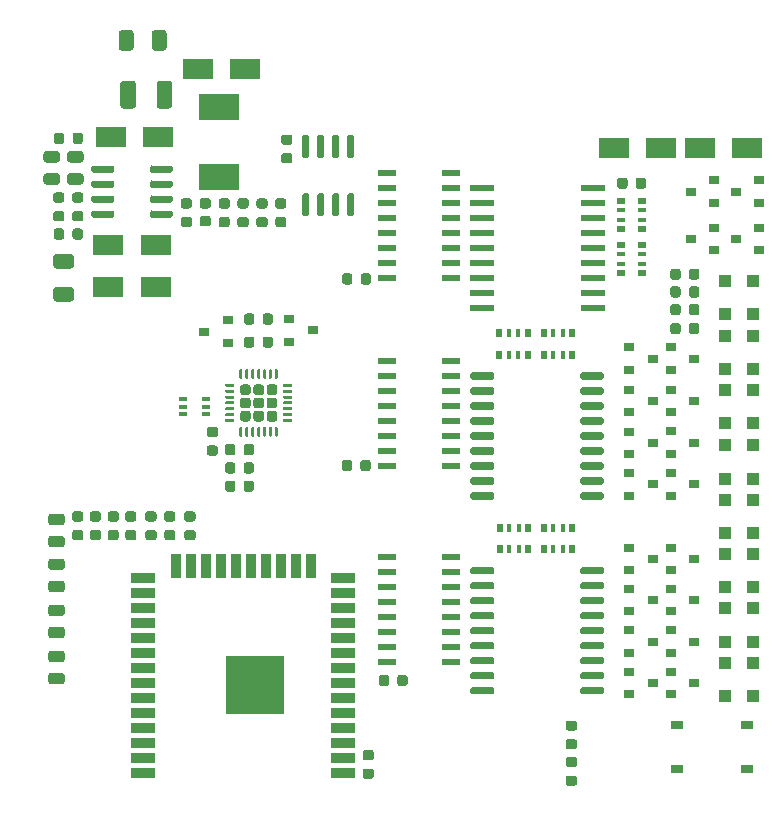
<source format=gbr>
G04 #@! TF.GenerationSoftware,KiCad,Pcbnew,5.1.6*
G04 #@! TF.CreationDate,2020-06-20T19:13:06+02:00*
G04 #@! TF.ProjectId,fluepdot,666c7565-7064-46f7-942e-6b696361645f,rev?*
G04 #@! TF.SameCoordinates,Original*
G04 #@! TF.FileFunction,Paste,Top*
G04 #@! TF.FilePolarity,Positive*
%FSLAX46Y46*%
G04 Gerber Fmt 4.6, Leading zero omitted, Abs format (unit mm)*
G04 Created by KiCad (PCBNEW 5.1.6) date 2020-06-20 19:13:06*
%MOMM*%
%LPD*%
G01*
G04 APERTURE LIST*
%ADD10R,2.500000X1.800000*%
%ADD11R,3.500000X2.200000*%
%ADD12R,0.500000X0.800000*%
%ADD13R,0.400000X0.800000*%
%ADD14R,0.900000X0.800000*%
%ADD15R,1.100000X1.100000*%
%ADD16R,0.650000X0.400000*%
%ADD17R,1.000000X0.750000*%
%ADD18R,0.800000X0.500000*%
%ADD19R,0.800000X0.400000*%
%ADD20R,2.000000X0.900000*%
%ADD21R,0.900000X2.000000*%
%ADD22R,5.000000X5.000000*%
%ADD23R,2.000000X0.600000*%
%ADD24R,1.500000X0.600000*%
G04 APERTURE END LIST*
D10*
X36900000Y-133800000D03*
X40900000Y-133800000D03*
D11*
X46300000Y-122150000D03*
X46300000Y-128050000D03*
D12*
X70000000Y-143100000D03*
D13*
X71600000Y-143100000D03*
X70800000Y-143100000D03*
D12*
X72400000Y-143100000D03*
D13*
X70800000Y-141300000D03*
D12*
X70000000Y-141300000D03*
D13*
X71600000Y-141300000D03*
D12*
X72400000Y-141300000D03*
G36*
G01*
X40400000Y-127545000D02*
X40400000Y-127245000D01*
G75*
G02*
X40550000Y-127095000I150000J0D01*
G01*
X42200000Y-127095000D01*
G75*
G02*
X42350000Y-127245000I0J-150000D01*
G01*
X42350000Y-127545000D01*
G75*
G02*
X42200000Y-127695000I-150000J0D01*
G01*
X40550000Y-127695000D01*
G75*
G02*
X40400000Y-127545000I0J150000D01*
G01*
G37*
G36*
G01*
X40400000Y-128815000D02*
X40400000Y-128515000D01*
G75*
G02*
X40550000Y-128365000I150000J0D01*
G01*
X42200000Y-128365000D01*
G75*
G02*
X42350000Y-128515000I0J-150000D01*
G01*
X42350000Y-128815000D01*
G75*
G02*
X42200000Y-128965000I-150000J0D01*
G01*
X40550000Y-128965000D01*
G75*
G02*
X40400000Y-128815000I0J150000D01*
G01*
G37*
G36*
G01*
X40400000Y-130085000D02*
X40400000Y-129785000D01*
G75*
G02*
X40550000Y-129635000I150000J0D01*
G01*
X42200000Y-129635000D01*
G75*
G02*
X42350000Y-129785000I0J-150000D01*
G01*
X42350000Y-130085000D01*
G75*
G02*
X42200000Y-130235000I-150000J0D01*
G01*
X40550000Y-130235000D01*
G75*
G02*
X40400000Y-130085000I0J150000D01*
G01*
G37*
G36*
G01*
X40400000Y-131355000D02*
X40400000Y-131055000D01*
G75*
G02*
X40550000Y-130905000I150000J0D01*
G01*
X42200000Y-130905000D01*
G75*
G02*
X42350000Y-131055000I0J-150000D01*
G01*
X42350000Y-131355000D01*
G75*
G02*
X42200000Y-131505000I-150000J0D01*
G01*
X40550000Y-131505000D01*
G75*
G02*
X40400000Y-131355000I0J150000D01*
G01*
G37*
G36*
G01*
X35450000Y-131355000D02*
X35450000Y-131055000D01*
G75*
G02*
X35600000Y-130905000I150000J0D01*
G01*
X37250000Y-130905000D01*
G75*
G02*
X37400000Y-131055000I0J-150000D01*
G01*
X37400000Y-131355000D01*
G75*
G02*
X37250000Y-131505000I-150000J0D01*
G01*
X35600000Y-131505000D01*
G75*
G02*
X35450000Y-131355000I0J150000D01*
G01*
G37*
G36*
G01*
X35450000Y-130085000D02*
X35450000Y-129785000D01*
G75*
G02*
X35600000Y-129635000I150000J0D01*
G01*
X37250000Y-129635000D01*
G75*
G02*
X37400000Y-129785000I0J-150000D01*
G01*
X37400000Y-130085000D01*
G75*
G02*
X37250000Y-130235000I-150000J0D01*
G01*
X35600000Y-130235000D01*
G75*
G02*
X35450000Y-130085000I0J150000D01*
G01*
G37*
G36*
G01*
X35450000Y-128815000D02*
X35450000Y-128515000D01*
G75*
G02*
X35600000Y-128365000I150000J0D01*
G01*
X37250000Y-128365000D01*
G75*
G02*
X37400000Y-128515000I0J-150000D01*
G01*
X37400000Y-128815000D01*
G75*
G02*
X37250000Y-128965000I-150000J0D01*
G01*
X35600000Y-128965000D01*
G75*
G02*
X35450000Y-128815000I0J150000D01*
G01*
G37*
G36*
G01*
X35450000Y-127545000D02*
X35450000Y-127245000D01*
G75*
G02*
X35600000Y-127095000I150000J0D01*
G01*
X37250000Y-127095000D01*
G75*
G02*
X37400000Y-127245000I0J-150000D01*
G01*
X37400000Y-127545000D01*
G75*
G02*
X37250000Y-127695000I-150000J0D01*
G01*
X35600000Y-127695000D01*
G75*
G02*
X35450000Y-127545000I0J150000D01*
G01*
G37*
G36*
G01*
X67525000Y-161570000D02*
X67525000Y-161270000D01*
G75*
G02*
X67675000Y-161120000I150000J0D01*
G01*
X69425000Y-161120000D01*
G75*
G02*
X69575000Y-161270000I0J-150000D01*
G01*
X69575000Y-161570000D01*
G75*
G02*
X69425000Y-161720000I-150000J0D01*
G01*
X67675000Y-161720000D01*
G75*
G02*
X67525000Y-161570000I0J150000D01*
G01*
G37*
G36*
G01*
X67525000Y-162840000D02*
X67525000Y-162540000D01*
G75*
G02*
X67675000Y-162390000I150000J0D01*
G01*
X69425000Y-162390000D01*
G75*
G02*
X69575000Y-162540000I0J-150000D01*
G01*
X69575000Y-162840000D01*
G75*
G02*
X69425000Y-162990000I-150000J0D01*
G01*
X67675000Y-162990000D01*
G75*
G02*
X67525000Y-162840000I0J150000D01*
G01*
G37*
G36*
G01*
X67525000Y-164110000D02*
X67525000Y-163810000D01*
G75*
G02*
X67675000Y-163660000I150000J0D01*
G01*
X69425000Y-163660000D01*
G75*
G02*
X69575000Y-163810000I0J-150000D01*
G01*
X69575000Y-164110000D01*
G75*
G02*
X69425000Y-164260000I-150000J0D01*
G01*
X67675000Y-164260000D01*
G75*
G02*
X67525000Y-164110000I0J150000D01*
G01*
G37*
G36*
G01*
X67525000Y-165380000D02*
X67525000Y-165080000D01*
G75*
G02*
X67675000Y-164930000I150000J0D01*
G01*
X69425000Y-164930000D01*
G75*
G02*
X69575000Y-165080000I0J-150000D01*
G01*
X69575000Y-165380000D01*
G75*
G02*
X69425000Y-165530000I-150000J0D01*
G01*
X67675000Y-165530000D01*
G75*
G02*
X67525000Y-165380000I0J150000D01*
G01*
G37*
G36*
G01*
X67525000Y-166650000D02*
X67525000Y-166350000D01*
G75*
G02*
X67675000Y-166200000I150000J0D01*
G01*
X69425000Y-166200000D01*
G75*
G02*
X69575000Y-166350000I0J-150000D01*
G01*
X69575000Y-166650000D01*
G75*
G02*
X69425000Y-166800000I-150000J0D01*
G01*
X67675000Y-166800000D01*
G75*
G02*
X67525000Y-166650000I0J150000D01*
G01*
G37*
G36*
G01*
X67525000Y-167920000D02*
X67525000Y-167620000D01*
G75*
G02*
X67675000Y-167470000I150000J0D01*
G01*
X69425000Y-167470000D01*
G75*
G02*
X69575000Y-167620000I0J-150000D01*
G01*
X69575000Y-167920000D01*
G75*
G02*
X69425000Y-168070000I-150000J0D01*
G01*
X67675000Y-168070000D01*
G75*
G02*
X67525000Y-167920000I0J150000D01*
G01*
G37*
G36*
G01*
X67525000Y-169190000D02*
X67525000Y-168890000D01*
G75*
G02*
X67675000Y-168740000I150000J0D01*
G01*
X69425000Y-168740000D01*
G75*
G02*
X69575000Y-168890000I0J-150000D01*
G01*
X69575000Y-169190000D01*
G75*
G02*
X69425000Y-169340000I-150000J0D01*
G01*
X67675000Y-169340000D01*
G75*
G02*
X67525000Y-169190000I0J150000D01*
G01*
G37*
G36*
G01*
X67525000Y-170460000D02*
X67525000Y-170160000D01*
G75*
G02*
X67675000Y-170010000I150000J0D01*
G01*
X69425000Y-170010000D01*
G75*
G02*
X69575000Y-170160000I0J-150000D01*
G01*
X69575000Y-170460000D01*
G75*
G02*
X69425000Y-170610000I-150000J0D01*
G01*
X67675000Y-170610000D01*
G75*
G02*
X67525000Y-170460000I0J150000D01*
G01*
G37*
G36*
G01*
X67525000Y-171730000D02*
X67525000Y-171430000D01*
G75*
G02*
X67675000Y-171280000I150000J0D01*
G01*
X69425000Y-171280000D01*
G75*
G02*
X69575000Y-171430000I0J-150000D01*
G01*
X69575000Y-171730000D01*
G75*
G02*
X69425000Y-171880000I-150000J0D01*
G01*
X67675000Y-171880000D01*
G75*
G02*
X67525000Y-171730000I0J150000D01*
G01*
G37*
G36*
G01*
X76825000Y-171730000D02*
X76825000Y-171430000D01*
G75*
G02*
X76975000Y-171280000I150000J0D01*
G01*
X78725000Y-171280000D01*
G75*
G02*
X78875000Y-171430000I0J-150000D01*
G01*
X78875000Y-171730000D01*
G75*
G02*
X78725000Y-171880000I-150000J0D01*
G01*
X76975000Y-171880000D01*
G75*
G02*
X76825000Y-171730000I0J150000D01*
G01*
G37*
G36*
G01*
X76825000Y-170460000D02*
X76825000Y-170160000D01*
G75*
G02*
X76975000Y-170010000I150000J0D01*
G01*
X78725000Y-170010000D01*
G75*
G02*
X78875000Y-170160000I0J-150000D01*
G01*
X78875000Y-170460000D01*
G75*
G02*
X78725000Y-170610000I-150000J0D01*
G01*
X76975000Y-170610000D01*
G75*
G02*
X76825000Y-170460000I0J150000D01*
G01*
G37*
G36*
G01*
X76825000Y-169190000D02*
X76825000Y-168890000D01*
G75*
G02*
X76975000Y-168740000I150000J0D01*
G01*
X78725000Y-168740000D01*
G75*
G02*
X78875000Y-168890000I0J-150000D01*
G01*
X78875000Y-169190000D01*
G75*
G02*
X78725000Y-169340000I-150000J0D01*
G01*
X76975000Y-169340000D01*
G75*
G02*
X76825000Y-169190000I0J150000D01*
G01*
G37*
G36*
G01*
X76825000Y-167920000D02*
X76825000Y-167620000D01*
G75*
G02*
X76975000Y-167470000I150000J0D01*
G01*
X78725000Y-167470000D01*
G75*
G02*
X78875000Y-167620000I0J-150000D01*
G01*
X78875000Y-167920000D01*
G75*
G02*
X78725000Y-168070000I-150000J0D01*
G01*
X76975000Y-168070000D01*
G75*
G02*
X76825000Y-167920000I0J150000D01*
G01*
G37*
G36*
G01*
X76825000Y-166650000D02*
X76825000Y-166350000D01*
G75*
G02*
X76975000Y-166200000I150000J0D01*
G01*
X78725000Y-166200000D01*
G75*
G02*
X78875000Y-166350000I0J-150000D01*
G01*
X78875000Y-166650000D01*
G75*
G02*
X78725000Y-166800000I-150000J0D01*
G01*
X76975000Y-166800000D01*
G75*
G02*
X76825000Y-166650000I0J150000D01*
G01*
G37*
G36*
G01*
X76825000Y-165380000D02*
X76825000Y-165080000D01*
G75*
G02*
X76975000Y-164930000I150000J0D01*
G01*
X78725000Y-164930000D01*
G75*
G02*
X78875000Y-165080000I0J-150000D01*
G01*
X78875000Y-165380000D01*
G75*
G02*
X78725000Y-165530000I-150000J0D01*
G01*
X76975000Y-165530000D01*
G75*
G02*
X76825000Y-165380000I0J150000D01*
G01*
G37*
G36*
G01*
X76825000Y-164110000D02*
X76825000Y-163810000D01*
G75*
G02*
X76975000Y-163660000I150000J0D01*
G01*
X78725000Y-163660000D01*
G75*
G02*
X78875000Y-163810000I0J-150000D01*
G01*
X78875000Y-164110000D01*
G75*
G02*
X78725000Y-164260000I-150000J0D01*
G01*
X76975000Y-164260000D01*
G75*
G02*
X76825000Y-164110000I0J150000D01*
G01*
G37*
G36*
G01*
X76825000Y-162840000D02*
X76825000Y-162540000D01*
G75*
G02*
X76975000Y-162390000I150000J0D01*
G01*
X78725000Y-162390000D01*
G75*
G02*
X78875000Y-162540000I0J-150000D01*
G01*
X78875000Y-162840000D01*
G75*
G02*
X78725000Y-162990000I-150000J0D01*
G01*
X76975000Y-162990000D01*
G75*
G02*
X76825000Y-162840000I0J150000D01*
G01*
G37*
G36*
G01*
X76825000Y-161570000D02*
X76825000Y-161270000D01*
G75*
G02*
X76975000Y-161120000I150000J0D01*
G01*
X78725000Y-161120000D01*
G75*
G02*
X78875000Y-161270000I0J-150000D01*
G01*
X78875000Y-161570000D01*
G75*
G02*
X78725000Y-161720000I-150000J0D01*
G01*
X76975000Y-161720000D01*
G75*
G02*
X76825000Y-161570000I0J150000D01*
G01*
G37*
G36*
G01*
X67525000Y-145070000D02*
X67525000Y-144770000D01*
G75*
G02*
X67675000Y-144620000I150000J0D01*
G01*
X69425000Y-144620000D01*
G75*
G02*
X69575000Y-144770000I0J-150000D01*
G01*
X69575000Y-145070000D01*
G75*
G02*
X69425000Y-145220000I-150000J0D01*
G01*
X67675000Y-145220000D01*
G75*
G02*
X67525000Y-145070000I0J150000D01*
G01*
G37*
G36*
G01*
X67525000Y-146340000D02*
X67525000Y-146040000D01*
G75*
G02*
X67675000Y-145890000I150000J0D01*
G01*
X69425000Y-145890000D01*
G75*
G02*
X69575000Y-146040000I0J-150000D01*
G01*
X69575000Y-146340000D01*
G75*
G02*
X69425000Y-146490000I-150000J0D01*
G01*
X67675000Y-146490000D01*
G75*
G02*
X67525000Y-146340000I0J150000D01*
G01*
G37*
G36*
G01*
X67525000Y-147610000D02*
X67525000Y-147310000D01*
G75*
G02*
X67675000Y-147160000I150000J0D01*
G01*
X69425000Y-147160000D01*
G75*
G02*
X69575000Y-147310000I0J-150000D01*
G01*
X69575000Y-147610000D01*
G75*
G02*
X69425000Y-147760000I-150000J0D01*
G01*
X67675000Y-147760000D01*
G75*
G02*
X67525000Y-147610000I0J150000D01*
G01*
G37*
G36*
G01*
X67525000Y-148880000D02*
X67525000Y-148580000D01*
G75*
G02*
X67675000Y-148430000I150000J0D01*
G01*
X69425000Y-148430000D01*
G75*
G02*
X69575000Y-148580000I0J-150000D01*
G01*
X69575000Y-148880000D01*
G75*
G02*
X69425000Y-149030000I-150000J0D01*
G01*
X67675000Y-149030000D01*
G75*
G02*
X67525000Y-148880000I0J150000D01*
G01*
G37*
G36*
G01*
X67525000Y-150150000D02*
X67525000Y-149850000D01*
G75*
G02*
X67675000Y-149700000I150000J0D01*
G01*
X69425000Y-149700000D01*
G75*
G02*
X69575000Y-149850000I0J-150000D01*
G01*
X69575000Y-150150000D01*
G75*
G02*
X69425000Y-150300000I-150000J0D01*
G01*
X67675000Y-150300000D01*
G75*
G02*
X67525000Y-150150000I0J150000D01*
G01*
G37*
G36*
G01*
X67525000Y-151420000D02*
X67525000Y-151120000D01*
G75*
G02*
X67675000Y-150970000I150000J0D01*
G01*
X69425000Y-150970000D01*
G75*
G02*
X69575000Y-151120000I0J-150000D01*
G01*
X69575000Y-151420000D01*
G75*
G02*
X69425000Y-151570000I-150000J0D01*
G01*
X67675000Y-151570000D01*
G75*
G02*
X67525000Y-151420000I0J150000D01*
G01*
G37*
G36*
G01*
X67525000Y-152690000D02*
X67525000Y-152390000D01*
G75*
G02*
X67675000Y-152240000I150000J0D01*
G01*
X69425000Y-152240000D01*
G75*
G02*
X69575000Y-152390000I0J-150000D01*
G01*
X69575000Y-152690000D01*
G75*
G02*
X69425000Y-152840000I-150000J0D01*
G01*
X67675000Y-152840000D01*
G75*
G02*
X67525000Y-152690000I0J150000D01*
G01*
G37*
G36*
G01*
X67525000Y-153960000D02*
X67525000Y-153660000D01*
G75*
G02*
X67675000Y-153510000I150000J0D01*
G01*
X69425000Y-153510000D01*
G75*
G02*
X69575000Y-153660000I0J-150000D01*
G01*
X69575000Y-153960000D01*
G75*
G02*
X69425000Y-154110000I-150000J0D01*
G01*
X67675000Y-154110000D01*
G75*
G02*
X67525000Y-153960000I0J150000D01*
G01*
G37*
G36*
G01*
X67525000Y-155230000D02*
X67525000Y-154930000D01*
G75*
G02*
X67675000Y-154780000I150000J0D01*
G01*
X69425000Y-154780000D01*
G75*
G02*
X69575000Y-154930000I0J-150000D01*
G01*
X69575000Y-155230000D01*
G75*
G02*
X69425000Y-155380000I-150000J0D01*
G01*
X67675000Y-155380000D01*
G75*
G02*
X67525000Y-155230000I0J150000D01*
G01*
G37*
G36*
G01*
X76825000Y-155230000D02*
X76825000Y-154930000D01*
G75*
G02*
X76975000Y-154780000I150000J0D01*
G01*
X78725000Y-154780000D01*
G75*
G02*
X78875000Y-154930000I0J-150000D01*
G01*
X78875000Y-155230000D01*
G75*
G02*
X78725000Y-155380000I-150000J0D01*
G01*
X76975000Y-155380000D01*
G75*
G02*
X76825000Y-155230000I0J150000D01*
G01*
G37*
G36*
G01*
X76825000Y-153960000D02*
X76825000Y-153660000D01*
G75*
G02*
X76975000Y-153510000I150000J0D01*
G01*
X78725000Y-153510000D01*
G75*
G02*
X78875000Y-153660000I0J-150000D01*
G01*
X78875000Y-153960000D01*
G75*
G02*
X78725000Y-154110000I-150000J0D01*
G01*
X76975000Y-154110000D01*
G75*
G02*
X76825000Y-153960000I0J150000D01*
G01*
G37*
G36*
G01*
X76825000Y-152690000D02*
X76825000Y-152390000D01*
G75*
G02*
X76975000Y-152240000I150000J0D01*
G01*
X78725000Y-152240000D01*
G75*
G02*
X78875000Y-152390000I0J-150000D01*
G01*
X78875000Y-152690000D01*
G75*
G02*
X78725000Y-152840000I-150000J0D01*
G01*
X76975000Y-152840000D01*
G75*
G02*
X76825000Y-152690000I0J150000D01*
G01*
G37*
G36*
G01*
X76825000Y-151420000D02*
X76825000Y-151120000D01*
G75*
G02*
X76975000Y-150970000I150000J0D01*
G01*
X78725000Y-150970000D01*
G75*
G02*
X78875000Y-151120000I0J-150000D01*
G01*
X78875000Y-151420000D01*
G75*
G02*
X78725000Y-151570000I-150000J0D01*
G01*
X76975000Y-151570000D01*
G75*
G02*
X76825000Y-151420000I0J150000D01*
G01*
G37*
G36*
G01*
X76825000Y-150150000D02*
X76825000Y-149850000D01*
G75*
G02*
X76975000Y-149700000I150000J0D01*
G01*
X78725000Y-149700000D01*
G75*
G02*
X78875000Y-149850000I0J-150000D01*
G01*
X78875000Y-150150000D01*
G75*
G02*
X78725000Y-150300000I-150000J0D01*
G01*
X76975000Y-150300000D01*
G75*
G02*
X76825000Y-150150000I0J150000D01*
G01*
G37*
G36*
G01*
X76825000Y-148880000D02*
X76825000Y-148580000D01*
G75*
G02*
X76975000Y-148430000I150000J0D01*
G01*
X78725000Y-148430000D01*
G75*
G02*
X78875000Y-148580000I0J-150000D01*
G01*
X78875000Y-148880000D01*
G75*
G02*
X78725000Y-149030000I-150000J0D01*
G01*
X76975000Y-149030000D01*
G75*
G02*
X76825000Y-148880000I0J150000D01*
G01*
G37*
G36*
G01*
X76825000Y-147610000D02*
X76825000Y-147310000D01*
G75*
G02*
X76975000Y-147160000I150000J0D01*
G01*
X78725000Y-147160000D01*
G75*
G02*
X78875000Y-147310000I0J-150000D01*
G01*
X78875000Y-147610000D01*
G75*
G02*
X78725000Y-147760000I-150000J0D01*
G01*
X76975000Y-147760000D01*
G75*
G02*
X76825000Y-147610000I0J150000D01*
G01*
G37*
G36*
G01*
X76825000Y-146340000D02*
X76825000Y-146040000D01*
G75*
G02*
X76975000Y-145890000I150000J0D01*
G01*
X78725000Y-145890000D01*
G75*
G02*
X78875000Y-146040000I0J-150000D01*
G01*
X78875000Y-146340000D01*
G75*
G02*
X78725000Y-146490000I-150000J0D01*
G01*
X76975000Y-146490000D01*
G75*
G02*
X76825000Y-146340000I0J150000D01*
G01*
G37*
G36*
G01*
X76825000Y-145070000D02*
X76825000Y-144770000D01*
G75*
G02*
X76975000Y-144620000I150000J0D01*
G01*
X78725000Y-144620000D01*
G75*
G02*
X78875000Y-144770000I0J-150000D01*
G01*
X78875000Y-145070000D01*
G75*
G02*
X78725000Y-145220000I-150000J0D01*
G01*
X76975000Y-145220000D01*
G75*
G02*
X76825000Y-145070000I0J150000D01*
G01*
G37*
D14*
X86500000Y-143450000D03*
X84500000Y-144400000D03*
X84500000Y-142500000D03*
X86500000Y-160400000D03*
X84500000Y-161350000D03*
X84500000Y-159450000D03*
X83000000Y-143450000D03*
X81000000Y-144400000D03*
X81000000Y-142500000D03*
X83000000Y-160400000D03*
X81000000Y-161350000D03*
X81000000Y-159450000D03*
X86500000Y-147050000D03*
X84500000Y-148000000D03*
X84500000Y-146100000D03*
X86500000Y-163900000D03*
X84500000Y-164850000D03*
X84500000Y-162950000D03*
X83000000Y-147050000D03*
X81000000Y-148000000D03*
X81000000Y-146100000D03*
X83000000Y-163900000D03*
X81000000Y-164850000D03*
X81000000Y-162950000D03*
X83000000Y-150600000D03*
X81000000Y-151550000D03*
X81000000Y-149650000D03*
X86500000Y-167400000D03*
X84500000Y-168350000D03*
X84500000Y-166450000D03*
X86500000Y-150550000D03*
X84500000Y-151500000D03*
X84500000Y-149600000D03*
X83000000Y-167400000D03*
X81000000Y-168350000D03*
X81000000Y-166450000D03*
X83000000Y-154100000D03*
X81000000Y-155050000D03*
X81000000Y-153150000D03*
X86500000Y-170900000D03*
X84500000Y-171850000D03*
X84500000Y-169950000D03*
X86500000Y-154100000D03*
X84500000Y-155050000D03*
X84500000Y-153150000D03*
X83000000Y-170900000D03*
X81000000Y-171850000D03*
X81000000Y-169950000D03*
D15*
X89100000Y-136900000D03*
X89100000Y-139700000D03*
X91500000Y-155400000D03*
X91500000Y-158200000D03*
X91500000Y-136900000D03*
X91500000Y-139700000D03*
X89100000Y-155400000D03*
X89100000Y-158200000D03*
X91500000Y-141500000D03*
X91500000Y-144300000D03*
X91500000Y-160000000D03*
X91500000Y-162800000D03*
X89100000Y-141500000D03*
X89100000Y-144300000D03*
X89100000Y-160000000D03*
X89100000Y-162800000D03*
X91500000Y-146100000D03*
X91500000Y-148900000D03*
X91500000Y-164600000D03*
X91500000Y-167400000D03*
X89100000Y-146100000D03*
X89100000Y-148900000D03*
X89100000Y-164600000D03*
X89100000Y-167400000D03*
X91500000Y-150800000D03*
X91500000Y-153600000D03*
X89100000Y-169200000D03*
X89100000Y-172000000D03*
X89100000Y-150800000D03*
X89100000Y-153600000D03*
X91500000Y-169200000D03*
X91500000Y-172000000D03*
G36*
G01*
X36056250Y-157250000D02*
X35543750Y-157250000D01*
G75*
G02*
X35325000Y-157031250I0J218750D01*
G01*
X35325000Y-156593750D01*
G75*
G02*
X35543750Y-156375000I218750J0D01*
G01*
X36056250Y-156375000D01*
G75*
G02*
X36275000Y-156593750I0J-218750D01*
G01*
X36275000Y-157031250D01*
G75*
G02*
X36056250Y-157250000I-218750J0D01*
G01*
G37*
G36*
G01*
X36056250Y-158825000D02*
X35543750Y-158825000D01*
G75*
G02*
X35325000Y-158606250I0J218750D01*
G01*
X35325000Y-158168750D01*
G75*
G02*
X35543750Y-157950000I218750J0D01*
G01*
X36056250Y-157950000D01*
G75*
G02*
X36275000Y-158168750I0J-218750D01*
G01*
X36275000Y-158606250D01*
G75*
G02*
X36056250Y-158825000I-218750J0D01*
G01*
G37*
G36*
G01*
X37556250Y-157250000D02*
X37043750Y-157250000D01*
G75*
G02*
X36825000Y-157031250I0J218750D01*
G01*
X36825000Y-156593750D01*
G75*
G02*
X37043750Y-156375000I218750J0D01*
G01*
X37556250Y-156375000D01*
G75*
G02*
X37775000Y-156593750I0J-218750D01*
G01*
X37775000Y-157031250D01*
G75*
G02*
X37556250Y-157250000I-218750J0D01*
G01*
G37*
G36*
G01*
X37556250Y-158825000D02*
X37043750Y-158825000D01*
G75*
G02*
X36825000Y-158606250I0J218750D01*
G01*
X36825000Y-158168750D01*
G75*
G02*
X37043750Y-157950000I218750J0D01*
G01*
X37556250Y-157950000D01*
G75*
G02*
X37775000Y-158168750I0J-218750D01*
G01*
X37775000Y-158606250D01*
G75*
G02*
X37556250Y-158825000I-218750J0D01*
G01*
G37*
G36*
G01*
X38543750Y-157950000D02*
X39056250Y-157950000D01*
G75*
G02*
X39275000Y-158168750I0J-218750D01*
G01*
X39275000Y-158606250D01*
G75*
G02*
X39056250Y-158825000I-218750J0D01*
G01*
X38543750Y-158825000D01*
G75*
G02*
X38325000Y-158606250I0J218750D01*
G01*
X38325000Y-158168750D01*
G75*
G02*
X38543750Y-157950000I218750J0D01*
G01*
G37*
G36*
G01*
X38543750Y-156375000D02*
X39056250Y-156375000D01*
G75*
G02*
X39275000Y-156593750I0J-218750D01*
G01*
X39275000Y-157031250D01*
G75*
G02*
X39056250Y-157250000I-218750J0D01*
G01*
X38543750Y-157250000D01*
G75*
G02*
X38325000Y-157031250I0J218750D01*
G01*
X38325000Y-156593750D01*
G75*
G02*
X38543750Y-156375000I218750J0D01*
G01*
G37*
G36*
G01*
X32956250Y-169150000D02*
X32043750Y-169150000D01*
G75*
G02*
X31800000Y-168906250I0J243750D01*
G01*
X31800000Y-168418750D01*
G75*
G02*
X32043750Y-168175000I243750J0D01*
G01*
X32956250Y-168175000D01*
G75*
G02*
X33200000Y-168418750I0J-243750D01*
G01*
X33200000Y-168906250D01*
G75*
G02*
X32956250Y-169150000I-243750J0D01*
G01*
G37*
G36*
G01*
X32956250Y-171025000D02*
X32043750Y-171025000D01*
G75*
G02*
X31800000Y-170781250I0J243750D01*
G01*
X31800000Y-170293750D01*
G75*
G02*
X32043750Y-170050000I243750J0D01*
G01*
X32956250Y-170050000D01*
G75*
G02*
X33200000Y-170293750I0J-243750D01*
G01*
X33200000Y-170781250D01*
G75*
G02*
X32956250Y-171025000I-243750J0D01*
G01*
G37*
G36*
G01*
X32956250Y-165250000D02*
X32043750Y-165250000D01*
G75*
G02*
X31800000Y-165006250I0J243750D01*
G01*
X31800000Y-164518750D01*
G75*
G02*
X32043750Y-164275000I243750J0D01*
G01*
X32956250Y-164275000D01*
G75*
G02*
X33200000Y-164518750I0J-243750D01*
G01*
X33200000Y-165006250D01*
G75*
G02*
X32956250Y-165250000I-243750J0D01*
G01*
G37*
G36*
G01*
X32956250Y-167125000D02*
X32043750Y-167125000D01*
G75*
G02*
X31800000Y-166881250I0J243750D01*
G01*
X31800000Y-166393750D01*
G75*
G02*
X32043750Y-166150000I243750J0D01*
G01*
X32956250Y-166150000D01*
G75*
G02*
X33200000Y-166393750I0J-243750D01*
G01*
X33200000Y-166881250D01*
G75*
G02*
X32956250Y-167125000I-243750J0D01*
G01*
G37*
G36*
G01*
X32956250Y-161350000D02*
X32043750Y-161350000D01*
G75*
G02*
X31800000Y-161106250I0J243750D01*
G01*
X31800000Y-160618750D01*
G75*
G02*
X32043750Y-160375000I243750J0D01*
G01*
X32956250Y-160375000D01*
G75*
G02*
X33200000Y-160618750I0J-243750D01*
G01*
X33200000Y-161106250D01*
G75*
G02*
X32956250Y-161350000I-243750J0D01*
G01*
G37*
G36*
G01*
X32956250Y-163225000D02*
X32043750Y-163225000D01*
G75*
G02*
X31800000Y-162981250I0J243750D01*
G01*
X31800000Y-162493750D01*
G75*
G02*
X32043750Y-162250000I243750J0D01*
G01*
X32956250Y-162250000D01*
G75*
G02*
X33200000Y-162493750I0J-243750D01*
G01*
X33200000Y-162981250D01*
G75*
G02*
X32956250Y-163225000I-243750J0D01*
G01*
G37*
G36*
G01*
X51743750Y-126050000D02*
X52256250Y-126050000D01*
G75*
G02*
X52475000Y-126268750I0J-218750D01*
G01*
X52475000Y-126706250D01*
G75*
G02*
X52256250Y-126925000I-218750J0D01*
G01*
X51743750Y-126925000D01*
G75*
G02*
X51525000Y-126706250I0J218750D01*
G01*
X51525000Y-126268750D01*
G75*
G02*
X51743750Y-126050000I218750J0D01*
G01*
G37*
G36*
G01*
X51743750Y-124475000D02*
X52256250Y-124475000D01*
G75*
G02*
X52475000Y-124693750I0J-218750D01*
G01*
X52475000Y-125131250D01*
G75*
G02*
X52256250Y-125350000I-218750J0D01*
G01*
X51743750Y-125350000D01*
G75*
G02*
X51525000Y-125131250I0J218750D01*
G01*
X51525000Y-124693750D01*
G75*
G02*
X51743750Y-124475000I218750J0D01*
G01*
G37*
G36*
G01*
X47995000Y-145087500D02*
X47995000Y-144412500D01*
G75*
G02*
X48057500Y-144350000I62500J0D01*
G01*
X48182500Y-144350000D01*
G75*
G02*
X48245000Y-144412500I0J-62500D01*
G01*
X48245000Y-145087500D01*
G75*
G02*
X48182500Y-145150000I-62500J0D01*
G01*
X48057500Y-145150000D01*
G75*
G02*
X47995000Y-145087500I0J62500D01*
G01*
G37*
G36*
G01*
X48495000Y-145087500D02*
X48495000Y-144412500D01*
G75*
G02*
X48557500Y-144350000I62500J0D01*
G01*
X48682500Y-144350000D01*
G75*
G02*
X48745000Y-144412500I0J-62500D01*
G01*
X48745000Y-145087500D01*
G75*
G02*
X48682500Y-145150000I-62500J0D01*
G01*
X48557500Y-145150000D01*
G75*
G02*
X48495000Y-145087500I0J62500D01*
G01*
G37*
G36*
G01*
X48995000Y-145087500D02*
X48995000Y-144412500D01*
G75*
G02*
X49057500Y-144350000I62500J0D01*
G01*
X49182500Y-144350000D01*
G75*
G02*
X49245000Y-144412500I0J-62500D01*
G01*
X49245000Y-145087500D01*
G75*
G02*
X49182500Y-145150000I-62500J0D01*
G01*
X49057500Y-145150000D01*
G75*
G02*
X48995000Y-145087500I0J62500D01*
G01*
G37*
G36*
G01*
X49495000Y-145087500D02*
X49495000Y-144412500D01*
G75*
G02*
X49557500Y-144350000I62500J0D01*
G01*
X49682500Y-144350000D01*
G75*
G02*
X49745000Y-144412500I0J-62500D01*
G01*
X49745000Y-145087500D01*
G75*
G02*
X49682500Y-145150000I-62500J0D01*
G01*
X49557500Y-145150000D01*
G75*
G02*
X49495000Y-145087500I0J62500D01*
G01*
G37*
G36*
G01*
X49995000Y-145087500D02*
X49995000Y-144412500D01*
G75*
G02*
X50057500Y-144350000I62500J0D01*
G01*
X50182500Y-144350000D01*
G75*
G02*
X50245000Y-144412500I0J-62500D01*
G01*
X50245000Y-145087500D01*
G75*
G02*
X50182500Y-145150000I-62500J0D01*
G01*
X50057500Y-145150000D01*
G75*
G02*
X49995000Y-145087500I0J62500D01*
G01*
G37*
G36*
G01*
X50495000Y-145087500D02*
X50495000Y-144412500D01*
G75*
G02*
X50557500Y-144350000I62500J0D01*
G01*
X50682500Y-144350000D01*
G75*
G02*
X50745000Y-144412500I0J-62500D01*
G01*
X50745000Y-145087500D01*
G75*
G02*
X50682500Y-145150000I-62500J0D01*
G01*
X50557500Y-145150000D01*
G75*
G02*
X50495000Y-145087500I0J62500D01*
G01*
G37*
G36*
G01*
X50995000Y-145087500D02*
X50995000Y-144412500D01*
G75*
G02*
X51057500Y-144350000I62500J0D01*
G01*
X51182500Y-144350000D01*
G75*
G02*
X51245000Y-144412500I0J-62500D01*
G01*
X51245000Y-145087500D01*
G75*
G02*
X51182500Y-145150000I-62500J0D01*
G01*
X51057500Y-145150000D01*
G75*
G02*
X50995000Y-145087500I0J62500D01*
G01*
G37*
G36*
G01*
X51670000Y-145762500D02*
X51670000Y-145637500D01*
G75*
G02*
X51732500Y-145575000I62500J0D01*
G01*
X52407500Y-145575000D01*
G75*
G02*
X52470000Y-145637500I0J-62500D01*
G01*
X52470000Y-145762500D01*
G75*
G02*
X52407500Y-145825000I-62500J0D01*
G01*
X51732500Y-145825000D01*
G75*
G02*
X51670000Y-145762500I0J62500D01*
G01*
G37*
G36*
G01*
X51670000Y-146262500D02*
X51670000Y-146137500D01*
G75*
G02*
X51732500Y-146075000I62500J0D01*
G01*
X52407500Y-146075000D01*
G75*
G02*
X52470000Y-146137500I0J-62500D01*
G01*
X52470000Y-146262500D01*
G75*
G02*
X52407500Y-146325000I-62500J0D01*
G01*
X51732500Y-146325000D01*
G75*
G02*
X51670000Y-146262500I0J62500D01*
G01*
G37*
G36*
G01*
X51670000Y-146762500D02*
X51670000Y-146637500D01*
G75*
G02*
X51732500Y-146575000I62500J0D01*
G01*
X52407500Y-146575000D01*
G75*
G02*
X52470000Y-146637500I0J-62500D01*
G01*
X52470000Y-146762500D01*
G75*
G02*
X52407500Y-146825000I-62500J0D01*
G01*
X51732500Y-146825000D01*
G75*
G02*
X51670000Y-146762500I0J62500D01*
G01*
G37*
G36*
G01*
X51670000Y-147262500D02*
X51670000Y-147137500D01*
G75*
G02*
X51732500Y-147075000I62500J0D01*
G01*
X52407500Y-147075000D01*
G75*
G02*
X52470000Y-147137500I0J-62500D01*
G01*
X52470000Y-147262500D01*
G75*
G02*
X52407500Y-147325000I-62500J0D01*
G01*
X51732500Y-147325000D01*
G75*
G02*
X51670000Y-147262500I0J62500D01*
G01*
G37*
G36*
G01*
X51670000Y-147762500D02*
X51670000Y-147637500D01*
G75*
G02*
X51732500Y-147575000I62500J0D01*
G01*
X52407500Y-147575000D01*
G75*
G02*
X52470000Y-147637500I0J-62500D01*
G01*
X52470000Y-147762500D01*
G75*
G02*
X52407500Y-147825000I-62500J0D01*
G01*
X51732500Y-147825000D01*
G75*
G02*
X51670000Y-147762500I0J62500D01*
G01*
G37*
G36*
G01*
X51670000Y-148262500D02*
X51670000Y-148137500D01*
G75*
G02*
X51732500Y-148075000I62500J0D01*
G01*
X52407500Y-148075000D01*
G75*
G02*
X52470000Y-148137500I0J-62500D01*
G01*
X52470000Y-148262500D01*
G75*
G02*
X52407500Y-148325000I-62500J0D01*
G01*
X51732500Y-148325000D01*
G75*
G02*
X51670000Y-148262500I0J62500D01*
G01*
G37*
G36*
G01*
X51670000Y-148762500D02*
X51670000Y-148637500D01*
G75*
G02*
X51732500Y-148575000I62500J0D01*
G01*
X52407500Y-148575000D01*
G75*
G02*
X52470000Y-148637500I0J-62500D01*
G01*
X52470000Y-148762500D01*
G75*
G02*
X52407500Y-148825000I-62500J0D01*
G01*
X51732500Y-148825000D01*
G75*
G02*
X51670000Y-148762500I0J62500D01*
G01*
G37*
G36*
G01*
X50995000Y-149987500D02*
X50995000Y-149312500D01*
G75*
G02*
X51057500Y-149250000I62500J0D01*
G01*
X51182500Y-149250000D01*
G75*
G02*
X51245000Y-149312500I0J-62500D01*
G01*
X51245000Y-149987500D01*
G75*
G02*
X51182500Y-150050000I-62500J0D01*
G01*
X51057500Y-150050000D01*
G75*
G02*
X50995000Y-149987500I0J62500D01*
G01*
G37*
G36*
G01*
X50495000Y-149987500D02*
X50495000Y-149312500D01*
G75*
G02*
X50557500Y-149250000I62500J0D01*
G01*
X50682500Y-149250000D01*
G75*
G02*
X50745000Y-149312500I0J-62500D01*
G01*
X50745000Y-149987500D01*
G75*
G02*
X50682500Y-150050000I-62500J0D01*
G01*
X50557500Y-150050000D01*
G75*
G02*
X50495000Y-149987500I0J62500D01*
G01*
G37*
G36*
G01*
X49995000Y-149987500D02*
X49995000Y-149312500D01*
G75*
G02*
X50057500Y-149250000I62500J0D01*
G01*
X50182500Y-149250000D01*
G75*
G02*
X50245000Y-149312500I0J-62500D01*
G01*
X50245000Y-149987500D01*
G75*
G02*
X50182500Y-150050000I-62500J0D01*
G01*
X50057500Y-150050000D01*
G75*
G02*
X49995000Y-149987500I0J62500D01*
G01*
G37*
G36*
G01*
X49495000Y-149987500D02*
X49495000Y-149312500D01*
G75*
G02*
X49557500Y-149250000I62500J0D01*
G01*
X49682500Y-149250000D01*
G75*
G02*
X49745000Y-149312500I0J-62500D01*
G01*
X49745000Y-149987500D01*
G75*
G02*
X49682500Y-150050000I-62500J0D01*
G01*
X49557500Y-150050000D01*
G75*
G02*
X49495000Y-149987500I0J62500D01*
G01*
G37*
G36*
G01*
X48995000Y-149987500D02*
X48995000Y-149312500D01*
G75*
G02*
X49057500Y-149250000I62500J0D01*
G01*
X49182500Y-149250000D01*
G75*
G02*
X49245000Y-149312500I0J-62500D01*
G01*
X49245000Y-149987500D01*
G75*
G02*
X49182500Y-150050000I-62500J0D01*
G01*
X49057500Y-150050000D01*
G75*
G02*
X48995000Y-149987500I0J62500D01*
G01*
G37*
G36*
G01*
X48495000Y-149987500D02*
X48495000Y-149312500D01*
G75*
G02*
X48557500Y-149250000I62500J0D01*
G01*
X48682500Y-149250000D01*
G75*
G02*
X48745000Y-149312500I0J-62500D01*
G01*
X48745000Y-149987500D01*
G75*
G02*
X48682500Y-150050000I-62500J0D01*
G01*
X48557500Y-150050000D01*
G75*
G02*
X48495000Y-149987500I0J62500D01*
G01*
G37*
G36*
G01*
X47995000Y-149987500D02*
X47995000Y-149312500D01*
G75*
G02*
X48057500Y-149250000I62500J0D01*
G01*
X48182500Y-149250000D01*
G75*
G02*
X48245000Y-149312500I0J-62500D01*
G01*
X48245000Y-149987500D01*
G75*
G02*
X48182500Y-150050000I-62500J0D01*
G01*
X48057500Y-150050000D01*
G75*
G02*
X47995000Y-149987500I0J62500D01*
G01*
G37*
G36*
G01*
X46770000Y-148762500D02*
X46770000Y-148637500D01*
G75*
G02*
X46832500Y-148575000I62500J0D01*
G01*
X47507500Y-148575000D01*
G75*
G02*
X47570000Y-148637500I0J-62500D01*
G01*
X47570000Y-148762500D01*
G75*
G02*
X47507500Y-148825000I-62500J0D01*
G01*
X46832500Y-148825000D01*
G75*
G02*
X46770000Y-148762500I0J62500D01*
G01*
G37*
G36*
G01*
X46770000Y-148262500D02*
X46770000Y-148137500D01*
G75*
G02*
X46832500Y-148075000I62500J0D01*
G01*
X47507500Y-148075000D01*
G75*
G02*
X47570000Y-148137500I0J-62500D01*
G01*
X47570000Y-148262500D01*
G75*
G02*
X47507500Y-148325000I-62500J0D01*
G01*
X46832500Y-148325000D01*
G75*
G02*
X46770000Y-148262500I0J62500D01*
G01*
G37*
G36*
G01*
X46770000Y-147762500D02*
X46770000Y-147637500D01*
G75*
G02*
X46832500Y-147575000I62500J0D01*
G01*
X47507500Y-147575000D01*
G75*
G02*
X47570000Y-147637500I0J-62500D01*
G01*
X47570000Y-147762500D01*
G75*
G02*
X47507500Y-147825000I-62500J0D01*
G01*
X46832500Y-147825000D01*
G75*
G02*
X46770000Y-147762500I0J62500D01*
G01*
G37*
G36*
G01*
X46770000Y-147262500D02*
X46770000Y-147137500D01*
G75*
G02*
X46832500Y-147075000I62500J0D01*
G01*
X47507500Y-147075000D01*
G75*
G02*
X47570000Y-147137500I0J-62500D01*
G01*
X47570000Y-147262500D01*
G75*
G02*
X47507500Y-147325000I-62500J0D01*
G01*
X46832500Y-147325000D01*
G75*
G02*
X46770000Y-147262500I0J62500D01*
G01*
G37*
G36*
G01*
X46770000Y-146762500D02*
X46770000Y-146637500D01*
G75*
G02*
X46832500Y-146575000I62500J0D01*
G01*
X47507500Y-146575000D01*
G75*
G02*
X47570000Y-146637500I0J-62500D01*
G01*
X47570000Y-146762500D01*
G75*
G02*
X47507500Y-146825000I-62500J0D01*
G01*
X46832500Y-146825000D01*
G75*
G02*
X46770000Y-146762500I0J62500D01*
G01*
G37*
G36*
G01*
X46770000Y-146262500D02*
X46770000Y-146137500D01*
G75*
G02*
X46832500Y-146075000I62500J0D01*
G01*
X47507500Y-146075000D01*
G75*
G02*
X47570000Y-146137500I0J-62500D01*
G01*
X47570000Y-146262500D01*
G75*
G02*
X47507500Y-146325000I-62500J0D01*
G01*
X46832500Y-146325000D01*
G75*
G02*
X46770000Y-146262500I0J62500D01*
G01*
G37*
G36*
G01*
X46770000Y-145762500D02*
X46770000Y-145637500D01*
G75*
G02*
X46832500Y-145575000I62500J0D01*
G01*
X47507500Y-145575000D01*
G75*
G02*
X47570000Y-145637500I0J-62500D01*
G01*
X47570000Y-145762500D01*
G75*
G02*
X47507500Y-145825000I-62500J0D01*
G01*
X46832500Y-145825000D01*
G75*
G02*
X46770000Y-145762500I0J62500D01*
G01*
G37*
G36*
G01*
X50290000Y-148545000D02*
X50290000Y-148095000D01*
G75*
G02*
X50515000Y-147870000I225000J0D01*
G01*
X50965000Y-147870000D01*
G75*
G02*
X51190000Y-148095000I0J-225000D01*
G01*
X51190000Y-148545000D01*
G75*
G02*
X50965000Y-148770000I-225000J0D01*
G01*
X50515000Y-148770000D01*
G75*
G02*
X50290000Y-148545000I0J225000D01*
G01*
G37*
G36*
G01*
X50290000Y-147425000D02*
X50290000Y-146975000D01*
G75*
G02*
X50515000Y-146750000I225000J0D01*
G01*
X50965000Y-146750000D01*
G75*
G02*
X51190000Y-146975000I0J-225000D01*
G01*
X51190000Y-147425000D01*
G75*
G02*
X50965000Y-147650000I-225000J0D01*
G01*
X50515000Y-147650000D01*
G75*
G02*
X50290000Y-147425000I0J225000D01*
G01*
G37*
G36*
G01*
X50290000Y-146305000D02*
X50290000Y-145855000D01*
G75*
G02*
X50515000Y-145630000I225000J0D01*
G01*
X50965000Y-145630000D01*
G75*
G02*
X51190000Y-145855000I0J-225000D01*
G01*
X51190000Y-146305000D01*
G75*
G02*
X50965000Y-146530000I-225000J0D01*
G01*
X50515000Y-146530000D01*
G75*
G02*
X50290000Y-146305000I0J225000D01*
G01*
G37*
G36*
G01*
X49170000Y-148545000D02*
X49170000Y-148095000D01*
G75*
G02*
X49395000Y-147870000I225000J0D01*
G01*
X49845000Y-147870000D01*
G75*
G02*
X50070000Y-148095000I0J-225000D01*
G01*
X50070000Y-148545000D01*
G75*
G02*
X49845000Y-148770000I-225000J0D01*
G01*
X49395000Y-148770000D01*
G75*
G02*
X49170000Y-148545000I0J225000D01*
G01*
G37*
G36*
G01*
X49170000Y-147425000D02*
X49170000Y-146975000D01*
G75*
G02*
X49395000Y-146750000I225000J0D01*
G01*
X49845000Y-146750000D01*
G75*
G02*
X50070000Y-146975000I0J-225000D01*
G01*
X50070000Y-147425000D01*
G75*
G02*
X49845000Y-147650000I-225000J0D01*
G01*
X49395000Y-147650000D01*
G75*
G02*
X49170000Y-147425000I0J225000D01*
G01*
G37*
G36*
G01*
X49170000Y-146305000D02*
X49170000Y-145855000D01*
G75*
G02*
X49395000Y-145630000I225000J0D01*
G01*
X49845000Y-145630000D01*
G75*
G02*
X50070000Y-145855000I0J-225000D01*
G01*
X50070000Y-146305000D01*
G75*
G02*
X49845000Y-146530000I-225000J0D01*
G01*
X49395000Y-146530000D01*
G75*
G02*
X49170000Y-146305000I0J225000D01*
G01*
G37*
G36*
G01*
X48050000Y-148545000D02*
X48050000Y-148095000D01*
G75*
G02*
X48275000Y-147870000I225000J0D01*
G01*
X48725000Y-147870000D01*
G75*
G02*
X48950000Y-148095000I0J-225000D01*
G01*
X48950000Y-148545000D01*
G75*
G02*
X48725000Y-148770000I-225000J0D01*
G01*
X48275000Y-148770000D01*
G75*
G02*
X48050000Y-148545000I0J225000D01*
G01*
G37*
G36*
G01*
X48050000Y-147425000D02*
X48050000Y-146975000D01*
G75*
G02*
X48275000Y-146750000I225000J0D01*
G01*
X48725000Y-146750000D01*
G75*
G02*
X48950000Y-146975000I0J-225000D01*
G01*
X48950000Y-147425000D01*
G75*
G02*
X48725000Y-147650000I-225000J0D01*
G01*
X48275000Y-147650000D01*
G75*
G02*
X48050000Y-147425000I0J225000D01*
G01*
G37*
G36*
G01*
X48050000Y-146305000D02*
X48050000Y-145855000D01*
G75*
G02*
X48275000Y-145630000I225000J0D01*
G01*
X48725000Y-145630000D01*
G75*
G02*
X48950000Y-145855000I0J-225000D01*
G01*
X48950000Y-146305000D01*
G75*
G02*
X48725000Y-146530000I-225000J0D01*
G01*
X48275000Y-146530000D01*
G75*
G02*
X48050000Y-146305000I0J225000D01*
G01*
G37*
G36*
G01*
X53745000Y-131400000D02*
X53445000Y-131400000D01*
G75*
G02*
X53295000Y-131250000I0J150000D01*
G01*
X53295000Y-129600000D01*
G75*
G02*
X53445000Y-129450000I150000J0D01*
G01*
X53745000Y-129450000D01*
G75*
G02*
X53895000Y-129600000I0J-150000D01*
G01*
X53895000Y-131250000D01*
G75*
G02*
X53745000Y-131400000I-150000J0D01*
G01*
G37*
G36*
G01*
X55015000Y-131400000D02*
X54715000Y-131400000D01*
G75*
G02*
X54565000Y-131250000I0J150000D01*
G01*
X54565000Y-129600000D01*
G75*
G02*
X54715000Y-129450000I150000J0D01*
G01*
X55015000Y-129450000D01*
G75*
G02*
X55165000Y-129600000I0J-150000D01*
G01*
X55165000Y-131250000D01*
G75*
G02*
X55015000Y-131400000I-150000J0D01*
G01*
G37*
G36*
G01*
X56285000Y-131400000D02*
X55985000Y-131400000D01*
G75*
G02*
X55835000Y-131250000I0J150000D01*
G01*
X55835000Y-129600000D01*
G75*
G02*
X55985000Y-129450000I150000J0D01*
G01*
X56285000Y-129450000D01*
G75*
G02*
X56435000Y-129600000I0J-150000D01*
G01*
X56435000Y-131250000D01*
G75*
G02*
X56285000Y-131400000I-150000J0D01*
G01*
G37*
G36*
G01*
X57555000Y-131400000D02*
X57255000Y-131400000D01*
G75*
G02*
X57105000Y-131250000I0J150000D01*
G01*
X57105000Y-129600000D01*
G75*
G02*
X57255000Y-129450000I150000J0D01*
G01*
X57555000Y-129450000D01*
G75*
G02*
X57705000Y-129600000I0J-150000D01*
G01*
X57705000Y-131250000D01*
G75*
G02*
X57555000Y-131400000I-150000J0D01*
G01*
G37*
G36*
G01*
X57555000Y-126450000D02*
X57255000Y-126450000D01*
G75*
G02*
X57105000Y-126300000I0J150000D01*
G01*
X57105000Y-124650000D01*
G75*
G02*
X57255000Y-124500000I150000J0D01*
G01*
X57555000Y-124500000D01*
G75*
G02*
X57705000Y-124650000I0J-150000D01*
G01*
X57705000Y-126300000D01*
G75*
G02*
X57555000Y-126450000I-150000J0D01*
G01*
G37*
G36*
G01*
X56285000Y-126450000D02*
X55985000Y-126450000D01*
G75*
G02*
X55835000Y-126300000I0J150000D01*
G01*
X55835000Y-124650000D01*
G75*
G02*
X55985000Y-124500000I150000J0D01*
G01*
X56285000Y-124500000D01*
G75*
G02*
X56435000Y-124650000I0J-150000D01*
G01*
X56435000Y-126300000D01*
G75*
G02*
X56285000Y-126450000I-150000J0D01*
G01*
G37*
G36*
G01*
X55015000Y-126450000D02*
X54715000Y-126450000D01*
G75*
G02*
X54565000Y-126300000I0J150000D01*
G01*
X54565000Y-124650000D01*
G75*
G02*
X54715000Y-124500000I150000J0D01*
G01*
X55015000Y-124500000D01*
G75*
G02*
X55165000Y-124650000I0J-150000D01*
G01*
X55165000Y-126300000D01*
G75*
G02*
X55015000Y-126450000I-150000J0D01*
G01*
G37*
G36*
G01*
X53745000Y-126450000D02*
X53445000Y-126450000D01*
G75*
G02*
X53295000Y-126300000I0J150000D01*
G01*
X53295000Y-124650000D01*
G75*
G02*
X53445000Y-124500000I150000J0D01*
G01*
X53745000Y-124500000D01*
G75*
G02*
X53895000Y-124650000I0J-150000D01*
G01*
X53895000Y-126300000D01*
G75*
G02*
X53745000Y-126450000I-150000J0D01*
G01*
G37*
D16*
X45150000Y-146850000D03*
X45150000Y-148150000D03*
X43250000Y-147500000D03*
X45150000Y-147500000D03*
X43250000Y-148150000D03*
X43250000Y-146850000D03*
D17*
X91000000Y-178175000D03*
X85000000Y-178175000D03*
X91000000Y-174425000D03*
X85000000Y-174425000D03*
D18*
X80300000Y-130100000D03*
D19*
X80300000Y-131700000D03*
X80300000Y-130900000D03*
D18*
X80300000Y-132500000D03*
D19*
X82100000Y-130900000D03*
D18*
X82100000Y-130100000D03*
D19*
X82100000Y-131700000D03*
D18*
X82100000Y-132500000D03*
X80300000Y-133800000D03*
D19*
X80300000Y-135400000D03*
X80300000Y-134600000D03*
D18*
X80300000Y-136200000D03*
D19*
X82100000Y-134600000D03*
D18*
X82100000Y-133800000D03*
D19*
X82100000Y-135400000D03*
D18*
X82100000Y-136200000D03*
D12*
X73750000Y-143100000D03*
D13*
X75350000Y-143100000D03*
X74550000Y-143100000D03*
D12*
X76150000Y-143100000D03*
D13*
X74550000Y-141300000D03*
D12*
X73750000Y-141300000D03*
D13*
X75350000Y-141300000D03*
D12*
X76150000Y-141300000D03*
X73750000Y-159600000D03*
D13*
X75350000Y-159600000D03*
X74550000Y-159600000D03*
D12*
X76150000Y-159600000D03*
D13*
X74550000Y-157800000D03*
D12*
X73750000Y-157800000D03*
D13*
X75350000Y-157800000D03*
D12*
X76150000Y-157800000D03*
X70050000Y-159600000D03*
D13*
X71650000Y-159600000D03*
X70850000Y-159600000D03*
D12*
X72450000Y-159600000D03*
D13*
X70850000Y-157800000D03*
D12*
X70050000Y-157800000D03*
D13*
X71650000Y-157800000D03*
D12*
X72450000Y-157800000D03*
G36*
G01*
X49950000Y-140356250D02*
X49950000Y-139843750D01*
G75*
G02*
X50168750Y-139625000I218750J0D01*
G01*
X50606250Y-139625000D01*
G75*
G02*
X50825000Y-139843750I0J-218750D01*
G01*
X50825000Y-140356250D01*
G75*
G02*
X50606250Y-140575000I-218750J0D01*
G01*
X50168750Y-140575000D01*
G75*
G02*
X49950000Y-140356250I0J218750D01*
G01*
G37*
G36*
G01*
X48375000Y-140356250D02*
X48375000Y-139843750D01*
G75*
G02*
X48593750Y-139625000I218750J0D01*
G01*
X49031250Y-139625000D01*
G75*
G02*
X49250000Y-139843750I0J-218750D01*
G01*
X49250000Y-140356250D01*
G75*
G02*
X49031250Y-140575000I-218750J0D01*
G01*
X48593750Y-140575000D01*
G75*
G02*
X48375000Y-140356250I0J218750D01*
G01*
G37*
G36*
G01*
X48556250Y-130737500D02*
X48043750Y-130737500D01*
G75*
G02*
X47825000Y-130518750I0J218750D01*
G01*
X47825000Y-130081250D01*
G75*
G02*
X48043750Y-129862500I218750J0D01*
G01*
X48556250Y-129862500D01*
G75*
G02*
X48775000Y-130081250I0J-218750D01*
G01*
X48775000Y-130518750D01*
G75*
G02*
X48556250Y-130737500I-218750J0D01*
G01*
G37*
G36*
G01*
X48556250Y-132325000D02*
X48043750Y-132325000D01*
G75*
G02*
X47825000Y-132106250I0J218750D01*
G01*
X47825000Y-131668750D01*
G75*
G02*
X48043750Y-131450000I218750J0D01*
G01*
X48556250Y-131450000D01*
G75*
G02*
X48775000Y-131668750I0J-218750D01*
G01*
X48775000Y-132106250D01*
G75*
G02*
X48556250Y-132325000I-218750J0D01*
G01*
G37*
G36*
G01*
X49643750Y-131450000D02*
X50156250Y-131450000D01*
G75*
G02*
X50375000Y-131668750I0J-218750D01*
G01*
X50375000Y-132106250D01*
G75*
G02*
X50156250Y-132325000I-218750J0D01*
G01*
X49643750Y-132325000D01*
G75*
G02*
X49425000Y-132106250I0J218750D01*
G01*
X49425000Y-131668750D01*
G75*
G02*
X49643750Y-131450000I218750J0D01*
G01*
G37*
G36*
G01*
X49643750Y-129875000D02*
X50156250Y-129875000D01*
G75*
G02*
X50375000Y-130093750I0J-218750D01*
G01*
X50375000Y-130531250D01*
G75*
G02*
X50156250Y-130750000I-218750J0D01*
G01*
X49643750Y-130750000D01*
G75*
G02*
X49425000Y-130531250I0J218750D01*
G01*
X49425000Y-130093750D01*
G75*
G02*
X49643750Y-129875000I218750J0D01*
G01*
G37*
G36*
G01*
X51756250Y-130750000D02*
X51243750Y-130750000D01*
G75*
G02*
X51025000Y-130531250I0J218750D01*
G01*
X51025000Y-130093750D01*
G75*
G02*
X51243750Y-129875000I218750J0D01*
G01*
X51756250Y-129875000D01*
G75*
G02*
X51975000Y-130093750I0J-218750D01*
G01*
X51975000Y-130531250D01*
G75*
G02*
X51756250Y-130750000I-218750J0D01*
G01*
G37*
G36*
G01*
X51756250Y-132325000D02*
X51243750Y-132325000D01*
G75*
G02*
X51025000Y-132106250I0J218750D01*
G01*
X51025000Y-131668750D01*
G75*
G02*
X51243750Y-131450000I218750J0D01*
G01*
X51756250Y-131450000D01*
G75*
G02*
X51975000Y-131668750I0J-218750D01*
G01*
X51975000Y-132106250D01*
G75*
G02*
X51756250Y-132325000I-218750J0D01*
G01*
G37*
G36*
G01*
X80850000Y-128343750D02*
X80850000Y-128856250D01*
G75*
G02*
X80631250Y-129075000I-218750J0D01*
G01*
X80193750Y-129075000D01*
G75*
G02*
X79975000Y-128856250I0J218750D01*
G01*
X79975000Y-128343750D01*
G75*
G02*
X80193750Y-128125000I218750J0D01*
G01*
X80631250Y-128125000D01*
G75*
G02*
X80850000Y-128343750I0J-218750D01*
G01*
G37*
G36*
G01*
X82425000Y-128343750D02*
X82425000Y-128856250D01*
G75*
G02*
X82206250Y-129075000I-218750J0D01*
G01*
X81768750Y-129075000D01*
G75*
G02*
X81550000Y-128856250I0J218750D01*
G01*
X81550000Y-128343750D01*
G75*
G02*
X81768750Y-128125000I218750J0D01*
G01*
X82206250Y-128125000D01*
G75*
G02*
X82425000Y-128343750I0J-218750D01*
G01*
G37*
G36*
G01*
X85350000Y-136043750D02*
X85350000Y-136556250D01*
G75*
G02*
X85131250Y-136775000I-218750J0D01*
G01*
X84693750Y-136775000D01*
G75*
G02*
X84475000Y-136556250I0J218750D01*
G01*
X84475000Y-136043750D01*
G75*
G02*
X84693750Y-135825000I218750J0D01*
G01*
X85131250Y-135825000D01*
G75*
G02*
X85350000Y-136043750I0J-218750D01*
G01*
G37*
G36*
G01*
X86925000Y-136043750D02*
X86925000Y-136556250D01*
G75*
G02*
X86706250Y-136775000I-218750J0D01*
G01*
X86268750Y-136775000D01*
G75*
G02*
X86050000Y-136556250I0J218750D01*
G01*
X86050000Y-136043750D01*
G75*
G02*
X86268750Y-135825000I218750J0D01*
G01*
X86706250Y-135825000D01*
G75*
G02*
X86925000Y-136043750I0J-218750D01*
G01*
G37*
G36*
G01*
X85350000Y-139043750D02*
X85350000Y-139556250D01*
G75*
G02*
X85131250Y-139775000I-218750J0D01*
G01*
X84693750Y-139775000D01*
G75*
G02*
X84475000Y-139556250I0J218750D01*
G01*
X84475000Y-139043750D01*
G75*
G02*
X84693750Y-138825000I218750J0D01*
G01*
X85131250Y-138825000D01*
G75*
G02*
X85350000Y-139043750I0J-218750D01*
G01*
G37*
G36*
G01*
X86925000Y-139043750D02*
X86925000Y-139556250D01*
G75*
G02*
X86706250Y-139775000I-218750J0D01*
G01*
X86268750Y-139775000D01*
G75*
G02*
X86050000Y-139556250I0J218750D01*
G01*
X86050000Y-139043750D01*
G75*
G02*
X86268750Y-138825000I218750J0D01*
G01*
X86706250Y-138825000D01*
G75*
G02*
X86925000Y-139043750I0J-218750D01*
G01*
G37*
G36*
G01*
X85350000Y-140643750D02*
X85350000Y-141156250D01*
G75*
G02*
X85131250Y-141375000I-218750J0D01*
G01*
X84693750Y-141375000D01*
G75*
G02*
X84475000Y-141156250I0J218750D01*
G01*
X84475000Y-140643750D01*
G75*
G02*
X84693750Y-140425000I218750J0D01*
G01*
X85131250Y-140425000D01*
G75*
G02*
X85350000Y-140643750I0J-218750D01*
G01*
G37*
G36*
G01*
X86925000Y-140643750D02*
X86925000Y-141156250D01*
G75*
G02*
X86706250Y-141375000I-218750J0D01*
G01*
X86268750Y-141375000D01*
G75*
G02*
X86050000Y-141156250I0J218750D01*
G01*
X86050000Y-140643750D01*
G75*
G02*
X86268750Y-140425000I218750J0D01*
G01*
X86706250Y-140425000D01*
G75*
G02*
X86925000Y-140643750I0J-218750D01*
G01*
G37*
G36*
G01*
X41843750Y-157950000D02*
X42356250Y-157950000D01*
G75*
G02*
X42575000Y-158168750I0J-218750D01*
G01*
X42575000Y-158606250D01*
G75*
G02*
X42356250Y-158825000I-218750J0D01*
G01*
X41843750Y-158825000D01*
G75*
G02*
X41625000Y-158606250I0J218750D01*
G01*
X41625000Y-158168750D01*
G75*
G02*
X41843750Y-157950000I218750J0D01*
G01*
G37*
G36*
G01*
X41843750Y-156375000D02*
X42356250Y-156375000D01*
G75*
G02*
X42575000Y-156593750I0J-218750D01*
G01*
X42575000Y-157031250D01*
G75*
G02*
X42356250Y-157250000I-218750J0D01*
G01*
X41843750Y-157250000D01*
G75*
G02*
X41625000Y-157031250I0J218750D01*
G01*
X41625000Y-156593750D01*
G75*
G02*
X41843750Y-156375000I218750J0D01*
G01*
G37*
G36*
G01*
X43543750Y-156375000D02*
X44056250Y-156375000D01*
G75*
G02*
X44275000Y-156593750I0J-218750D01*
G01*
X44275000Y-157031250D01*
G75*
G02*
X44056250Y-157250000I-218750J0D01*
G01*
X43543750Y-157250000D01*
G75*
G02*
X43325000Y-157031250I0J218750D01*
G01*
X43325000Y-156593750D01*
G75*
G02*
X43543750Y-156375000I218750J0D01*
G01*
G37*
G36*
G01*
X43543750Y-157950000D02*
X44056250Y-157950000D01*
G75*
G02*
X44275000Y-158168750I0J-218750D01*
G01*
X44275000Y-158606250D01*
G75*
G02*
X44056250Y-158825000I-218750J0D01*
G01*
X43543750Y-158825000D01*
G75*
G02*
X43325000Y-158606250I0J218750D01*
G01*
X43325000Y-158168750D01*
G75*
G02*
X43543750Y-157950000I218750J0D01*
G01*
G37*
G36*
G01*
X40756250Y-157250000D02*
X40243750Y-157250000D01*
G75*
G02*
X40025000Y-157031250I0J218750D01*
G01*
X40025000Y-156593750D01*
G75*
G02*
X40243750Y-156375000I218750J0D01*
G01*
X40756250Y-156375000D01*
G75*
G02*
X40975000Y-156593750I0J-218750D01*
G01*
X40975000Y-157031250D01*
G75*
G02*
X40756250Y-157250000I-218750J0D01*
G01*
G37*
G36*
G01*
X40756250Y-158825000D02*
X40243750Y-158825000D01*
G75*
G02*
X40025000Y-158606250I0J218750D01*
G01*
X40025000Y-158168750D01*
G75*
G02*
X40243750Y-157950000I218750J0D01*
G01*
X40756250Y-157950000D01*
G75*
G02*
X40975000Y-158168750I0J-218750D01*
G01*
X40975000Y-158606250D01*
G75*
G02*
X40756250Y-158825000I-218750J0D01*
G01*
G37*
G36*
G01*
X34556250Y-157250000D02*
X34043750Y-157250000D01*
G75*
G02*
X33825000Y-157031250I0J218750D01*
G01*
X33825000Y-156593750D01*
G75*
G02*
X34043750Y-156375000I218750J0D01*
G01*
X34556250Y-156375000D01*
G75*
G02*
X34775000Y-156593750I0J-218750D01*
G01*
X34775000Y-157031250D01*
G75*
G02*
X34556250Y-157250000I-218750J0D01*
G01*
G37*
G36*
G01*
X34556250Y-158825000D02*
X34043750Y-158825000D01*
G75*
G02*
X33825000Y-158606250I0J218750D01*
G01*
X33825000Y-158168750D01*
G75*
G02*
X34043750Y-157950000I218750J0D01*
G01*
X34556250Y-157950000D01*
G75*
G02*
X34775000Y-158168750I0J-218750D01*
G01*
X34775000Y-158606250D01*
G75*
G02*
X34556250Y-158825000I-218750J0D01*
G01*
G37*
G36*
G01*
X85350000Y-137543750D02*
X85350000Y-138056250D01*
G75*
G02*
X85131250Y-138275000I-218750J0D01*
G01*
X84693750Y-138275000D01*
G75*
G02*
X84475000Y-138056250I0J218750D01*
G01*
X84475000Y-137543750D01*
G75*
G02*
X84693750Y-137325000I218750J0D01*
G01*
X85131250Y-137325000D01*
G75*
G02*
X85350000Y-137543750I0J-218750D01*
G01*
G37*
G36*
G01*
X86925000Y-137543750D02*
X86925000Y-138056250D01*
G75*
G02*
X86706250Y-138275000I-218750J0D01*
G01*
X86268750Y-138275000D01*
G75*
G02*
X86050000Y-138056250I0J218750D01*
G01*
X86050000Y-137543750D01*
G75*
G02*
X86268750Y-137325000I218750J0D01*
G01*
X86706250Y-137325000D01*
G75*
G02*
X86925000Y-137543750I0J-218750D01*
G01*
G37*
G36*
G01*
X48350000Y-151406250D02*
X48350000Y-150893750D01*
G75*
G02*
X48568750Y-150675000I218750J0D01*
G01*
X49006250Y-150675000D01*
G75*
G02*
X49225000Y-150893750I0J-218750D01*
G01*
X49225000Y-151406250D01*
G75*
G02*
X49006250Y-151625000I-218750J0D01*
G01*
X48568750Y-151625000D01*
G75*
G02*
X48350000Y-151406250I0J218750D01*
G01*
G37*
G36*
G01*
X46775000Y-151406250D02*
X46775000Y-150893750D01*
G75*
G02*
X46993750Y-150675000I218750J0D01*
G01*
X47431250Y-150675000D01*
G75*
G02*
X47650000Y-150893750I0J-218750D01*
G01*
X47650000Y-151406250D01*
G75*
G02*
X47431250Y-151625000I-218750J0D01*
G01*
X46993750Y-151625000D01*
G75*
G02*
X46775000Y-151406250I0J218750D01*
G01*
G37*
G36*
G01*
X46956250Y-130750000D02*
X46443750Y-130750000D01*
G75*
G02*
X46225000Y-130531250I0J218750D01*
G01*
X46225000Y-130093750D01*
G75*
G02*
X46443750Y-129875000I218750J0D01*
G01*
X46956250Y-129875000D01*
G75*
G02*
X47175000Y-130093750I0J-218750D01*
G01*
X47175000Y-130531250D01*
G75*
G02*
X46956250Y-130750000I-218750J0D01*
G01*
G37*
G36*
G01*
X46956250Y-132325000D02*
X46443750Y-132325000D01*
G75*
G02*
X46225000Y-132106250I0J218750D01*
G01*
X46225000Y-131668750D01*
G75*
G02*
X46443750Y-131450000I218750J0D01*
G01*
X46956250Y-131450000D01*
G75*
G02*
X47175000Y-131668750I0J-218750D01*
G01*
X47175000Y-132106250D01*
G75*
G02*
X46956250Y-132325000I-218750J0D01*
G01*
G37*
G36*
G01*
X49950000Y-142306250D02*
X49950000Y-141793750D01*
G75*
G02*
X50168750Y-141575000I218750J0D01*
G01*
X50606250Y-141575000D01*
G75*
G02*
X50825000Y-141793750I0J-218750D01*
G01*
X50825000Y-142306250D01*
G75*
G02*
X50606250Y-142525000I-218750J0D01*
G01*
X50168750Y-142525000D01*
G75*
G02*
X49950000Y-142306250I0J218750D01*
G01*
G37*
G36*
G01*
X48375000Y-142306250D02*
X48375000Y-141793750D01*
G75*
G02*
X48593750Y-141575000I218750J0D01*
G01*
X49031250Y-141575000D01*
G75*
G02*
X49250000Y-141793750I0J-218750D01*
G01*
X49250000Y-142306250D01*
G75*
G02*
X49031250Y-142525000I-218750J0D01*
G01*
X48593750Y-142525000D01*
G75*
G02*
X48375000Y-142306250I0J218750D01*
G01*
G37*
G36*
G01*
X33850000Y-133156250D02*
X33850000Y-132643750D01*
G75*
G02*
X34068750Y-132425000I218750J0D01*
G01*
X34506250Y-132425000D01*
G75*
G02*
X34725000Y-132643750I0J-218750D01*
G01*
X34725000Y-133156250D01*
G75*
G02*
X34506250Y-133375000I-218750J0D01*
G01*
X34068750Y-133375000D01*
G75*
G02*
X33850000Y-133156250I0J218750D01*
G01*
G37*
G36*
G01*
X32275000Y-133156250D02*
X32275000Y-132643750D01*
G75*
G02*
X32493750Y-132425000I218750J0D01*
G01*
X32931250Y-132425000D01*
G75*
G02*
X33150000Y-132643750I0J-218750D01*
G01*
X33150000Y-133156250D01*
G75*
G02*
X32931250Y-133375000I-218750J0D01*
G01*
X32493750Y-133375000D01*
G75*
G02*
X32275000Y-133156250I0J218750D01*
G01*
G37*
G36*
G01*
X75843750Y-175662000D02*
X76356250Y-175662000D01*
G75*
G02*
X76575000Y-175880750I0J-218750D01*
G01*
X76575000Y-176318250D01*
G75*
G02*
X76356250Y-176537000I-218750J0D01*
G01*
X75843750Y-176537000D01*
G75*
G02*
X75625000Y-176318250I0J218750D01*
G01*
X75625000Y-175880750D01*
G75*
G02*
X75843750Y-175662000I218750J0D01*
G01*
G37*
G36*
G01*
X75843750Y-174087000D02*
X76356250Y-174087000D01*
G75*
G02*
X76575000Y-174305750I0J-218750D01*
G01*
X76575000Y-174743250D01*
G75*
G02*
X76356250Y-174962000I-218750J0D01*
G01*
X75843750Y-174962000D01*
G75*
G02*
X75625000Y-174743250I0J218750D01*
G01*
X75625000Y-174305750D01*
G75*
G02*
X75843750Y-174087000I218750J0D01*
G01*
G37*
D14*
X54200000Y-141050000D03*
X52200000Y-142000000D03*
X52200000Y-140100000D03*
X45000000Y-141150000D03*
X47000000Y-140200000D03*
X47000000Y-142100000D03*
X90000000Y-129300000D03*
X92000000Y-128350000D03*
X92000000Y-130250000D03*
X86200000Y-133300000D03*
X88200000Y-132350000D03*
X88200000Y-134250000D03*
X86200000Y-129300000D03*
X88200000Y-128350000D03*
X88200000Y-130250000D03*
D10*
X79700000Y-125600000D03*
X83700000Y-125600000D03*
X87000000Y-125650000D03*
X91000000Y-125650000D03*
X36900000Y-137400000D03*
X40900000Y-137400000D03*
X37100000Y-124700000D03*
X41100000Y-124700000D03*
G36*
G01*
X39225000Y-120174999D02*
X39225000Y-122025001D01*
G75*
G02*
X38975001Y-122275000I-249999J0D01*
G01*
X38149999Y-122275000D01*
G75*
G02*
X37900000Y-122025001I0J249999D01*
G01*
X37900000Y-120174999D01*
G75*
G02*
X38149999Y-119925000I249999J0D01*
G01*
X38975001Y-119925000D01*
G75*
G02*
X39225000Y-120174999I0J-249999D01*
G01*
G37*
G36*
G01*
X42300000Y-120174999D02*
X42300000Y-122025001D01*
G75*
G02*
X42050001Y-122275000I-249999J0D01*
G01*
X41224999Y-122275000D01*
G75*
G02*
X40975000Y-122025001I0J249999D01*
G01*
X40975000Y-120174999D01*
G75*
G02*
X41224999Y-119925000I249999J0D01*
G01*
X42050001Y-119925000D01*
G75*
G02*
X42300000Y-120174999I0J-249999D01*
G01*
G37*
G36*
G01*
X43243750Y-131450000D02*
X43756250Y-131450000D01*
G75*
G02*
X43975000Y-131668750I0J-218750D01*
G01*
X43975000Y-132106250D01*
G75*
G02*
X43756250Y-132325000I-218750J0D01*
G01*
X43243750Y-132325000D01*
G75*
G02*
X43025000Y-132106250I0J218750D01*
G01*
X43025000Y-131668750D01*
G75*
G02*
X43243750Y-131450000I218750J0D01*
G01*
G37*
G36*
G01*
X43243750Y-129862500D02*
X43756250Y-129862500D01*
G75*
G02*
X43975000Y-130081250I0J-218750D01*
G01*
X43975000Y-130518750D01*
G75*
G02*
X43756250Y-130737500I-218750J0D01*
G01*
X43243750Y-130737500D01*
G75*
G02*
X43025000Y-130518750I0J218750D01*
G01*
X43025000Y-130081250D01*
G75*
G02*
X43243750Y-129862500I218750J0D01*
G01*
G37*
G36*
G01*
X59137500Y-136443750D02*
X59137500Y-136956250D01*
G75*
G02*
X58918750Y-137175000I-218750J0D01*
G01*
X58481250Y-137175000D01*
G75*
G02*
X58262500Y-136956250I0J218750D01*
G01*
X58262500Y-136443750D01*
G75*
G02*
X58481250Y-136225000I218750J0D01*
G01*
X58918750Y-136225000D01*
G75*
G02*
X59137500Y-136443750I0J-218750D01*
G01*
G37*
G36*
G01*
X57562500Y-136443750D02*
X57562500Y-136956250D01*
G75*
G02*
X57343750Y-137175000I-218750J0D01*
G01*
X56906250Y-137175000D01*
G75*
G02*
X56687500Y-136956250I0J218750D01*
G01*
X56687500Y-136443750D01*
G75*
G02*
X56906250Y-136225000I218750J0D01*
G01*
X57343750Y-136225000D01*
G75*
G02*
X57562500Y-136443750I0J-218750D01*
G01*
G37*
G36*
G01*
X59112500Y-152243750D02*
X59112500Y-152756250D01*
G75*
G02*
X58893750Y-152975000I-218750J0D01*
G01*
X58456250Y-152975000D01*
G75*
G02*
X58237500Y-152756250I0J218750D01*
G01*
X58237500Y-152243750D01*
G75*
G02*
X58456250Y-152025000I218750J0D01*
G01*
X58893750Y-152025000D01*
G75*
G02*
X59112500Y-152243750I0J-218750D01*
G01*
G37*
G36*
G01*
X57537500Y-152243750D02*
X57537500Y-152756250D01*
G75*
G02*
X57318750Y-152975000I-218750J0D01*
G01*
X56881250Y-152975000D01*
G75*
G02*
X56662500Y-152756250I0J218750D01*
G01*
X56662500Y-152243750D01*
G75*
G02*
X56881250Y-152025000I218750J0D01*
G01*
X57318750Y-152025000D01*
G75*
G02*
X57537500Y-152243750I0J-218750D01*
G01*
G37*
G36*
G01*
X59775000Y-170956250D02*
X59775000Y-170443750D01*
G75*
G02*
X59993750Y-170225000I218750J0D01*
G01*
X60431250Y-170225000D01*
G75*
G02*
X60650000Y-170443750I0J-218750D01*
G01*
X60650000Y-170956250D01*
G75*
G02*
X60431250Y-171175000I-218750J0D01*
G01*
X59993750Y-171175000D01*
G75*
G02*
X59775000Y-170956250I0J218750D01*
G01*
G37*
G36*
G01*
X61350000Y-170956250D02*
X61350000Y-170443750D01*
G75*
G02*
X61568750Y-170225000I218750J0D01*
G01*
X62006250Y-170225000D01*
G75*
G02*
X62225000Y-170443750I0J-218750D01*
G01*
X62225000Y-170956250D01*
G75*
G02*
X62006250Y-171175000I-218750J0D01*
G01*
X61568750Y-171175000D01*
G75*
G02*
X61350000Y-170956250I0J218750D01*
G01*
G37*
G36*
G01*
X44843750Y-131363000D02*
X45356250Y-131363000D01*
G75*
G02*
X45575000Y-131581750I0J-218750D01*
G01*
X45575000Y-132019250D01*
G75*
G02*
X45356250Y-132238000I-218750J0D01*
G01*
X44843750Y-132238000D01*
G75*
G02*
X44625000Y-132019250I0J218750D01*
G01*
X44625000Y-131581750D01*
G75*
G02*
X44843750Y-131363000I218750J0D01*
G01*
G37*
G36*
G01*
X44843750Y-129863000D02*
X45356250Y-129863000D01*
G75*
G02*
X45575000Y-130081750I0J-218750D01*
G01*
X45575000Y-130519250D01*
G75*
G02*
X45356250Y-130738000I-218750J0D01*
G01*
X44843750Y-130738000D01*
G75*
G02*
X44625000Y-130519250I0J218750D01*
G01*
X44625000Y-130081750D01*
G75*
G02*
X44843750Y-129863000I218750J0D01*
G01*
G37*
G36*
G01*
X48350000Y-152956250D02*
X48350000Y-152443750D01*
G75*
G02*
X48568750Y-152225000I218750J0D01*
G01*
X49006250Y-152225000D01*
G75*
G02*
X49225000Y-152443750I0J-218750D01*
G01*
X49225000Y-152956250D01*
G75*
G02*
X49006250Y-153175000I-218750J0D01*
G01*
X48568750Y-153175000D01*
G75*
G02*
X48350000Y-152956250I0J218750D01*
G01*
G37*
G36*
G01*
X46775000Y-152956250D02*
X46775000Y-152443750D01*
G75*
G02*
X46993750Y-152225000I218750J0D01*
G01*
X47431250Y-152225000D01*
G75*
G02*
X47650000Y-152443750I0J-218750D01*
G01*
X47650000Y-152956250D01*
G75*
G02*
X47431250Y-153175000I-218750J0D01*
G01*
X46993750Y-153175000D01*
G75*
G02*
X46775000Y-152956250I0J218750D01*
G01*
G37*
G36*
G01*
X45956250Y-150100000D02*
X45443750Y-150100000D01*
G75*
G02*
X45225000Y-149881250I0J218750D01*
G01*
X45225000Y-149443750D01*
G75*
G02*
X45443750Y-149225000I218750J0D01*
G01*
X45956250Y-149225000D01*
G75*
G02*
X46175000Y-149443750I0J-218750D01*
G01*
X46175000Y-149881250D01*
G75*
G02*
X45956250Y-150100000I-218750J0D01*
G01*
G37*
G36*
G01*
X45956250Y-151675000D02*
X45443750Y-151675000D01*
G75*
G02*
X45225000Y-151456250I0J218750D01*
G01*
X45225000Y-151018750D01*
G75*
G02*
X45443750Y-150800000I218750J0D01*
G01*
X45956250Y-150800000D01*
G75*
G02*
X46175000Y-151018750I0J-218750D01*
G01*
X46175000Y-151456250D01*
G75*
G02*
X45956250Y-151675000I-218750J0D01*
G01*
G37*
G36*
G01*
X48350000Y-154506250D02*
X48350000Y-153993750D01*
G75*
G02*
X48568750Y-153775000I218750J0D01*
G01*
X49006250Y-153775000D01*
G75*
G02*
X49225000Y-153993750I0J-218750D01*
G01*
X49225000Y-154506250D01*
G75*
G02*
X49006250Y-154725000I-218750J0D01*
G01*
X48568750Y-154725000D01*
G75*
G02*
X48350000Y-154506250I0J218750D01*
G01*
G37*
G36*
G01*
X46775000Y-154506250D02*
X46775000Y-153993750D01*
G75*
G02*
X46993750Y-153775000I218750J0D01*
G01*
X47431250Y-153775000D01*
G75*
G02*
X47650000Y-153993750I0J-218750D01*
G01*
X47650000Y-154506250D01*
G75*
G02*
X47431250Y-154725000I-218750J0D01*
G01*
X46993750Y-154725000D01*
G75*
G02*
X46775000Y-154506250I0J218750D01*
G01*
G37*
G36*
G01*
X34556250Y-130250000D02*
X34043750Y-130250000D01*
G75*
G02*
X33825000Y-130031250I0J218750D01*
G01*
X33825000Y-129593750D01*
G75*
G02*
X34043750Y-129375000I218750J0D01*
G01*
X34556250Y-129375000D01*
G75*
G02*
X34775000Y-129593750I0J-218750D01*
G01*
X34775000Y-130031250D01*
G75*
G02*
X34556250Y-130250000I-218750J0D01*
G01*
G37*
G36*
G01*
X34556250Y-131825000D02*
X34043750Y-131825000D01*
G75*
G02*
X33825000Y-131606250I0J218750D01*
G01*
X33825000Y-131168750D01*
G75*
G02*
X34043750Y-130950000I218750J0D01*
G01*
X34556250Y-130950000D01*
G75*
G02*
X34775000Y-131168750I0J-218750D01*
G01*
X34775000Y-131606250D01*
G75*
G02*
X34556250Y-131825000I-218750J0D01*
G01*
G37*
G36*
G01*
X33862500Y-125056250D02*
X33862500Y-124543750D01*
G75*
G02*
X34081250Y-124325000I218750J0D01*
G01*
X34518750Y-124325000D01*
G75*
G02*
X34737500Y-124543750I0J-218750D01*
G01*
X34737500Y-125056250D01*
G75*
G02*
X34518750Y-125275000I-218750J0D01*
G01*
X34081250Y-125275000D01*
G75*
G02*
X33862500Y-125056250I0J218750D01*
G01*
G37*
G36*
G01*
X32287500Y-125056250D02*
X32287500Y-124543750D01*
G75*
G02*
X32506250Y-124325000I218750J0D01*
G01*
X32943750Y-124325000D01*
G75*
G02*
X33162500Y-124543750I0J-218750D01*
G01*
X33162500Y-125056250D01*
G75*
G02*
X32943750Y-125275000I-218750J0D01*
G01*
X32506250Y-125275000D01*
G75*
G02*
X32287500Y-125056250I0J218750D01*
G01*
G37*
G36*
G01*
X32443750Y-130950000D02*
X32956250Y-130950000D01*
G75*
G02*
X33175000Y-131168750I0J-218750D01*
G01*
X33175000Y-131606250D01*
G75*
G02*
X32956250Y-131825000I-218750J0D01*
G01*
X32443750Y-131825000D01*
G75*
G02*
X32225000Y-131606250I0J218750D01*
G01*
X32225000Y-131168750D01*
G75*
G02*
X32443750Y-130950000I218750J0D01*
G01*
G37*
G36*
G01*
X32443750Y-129375000D02*
X32956250Y-129375000D01*
G75*
G02*
X33175000Y-129593750I0J-218750D01*
G01*
X33175000Y-130031250D01*
G75*
G02*
X32956250Y-130250000I-218750J0D01*
G01*
X32443750Y-130250000D01*
G75*
G02*
X32225000Y-130031250I0J218750D01*
G01*
X32225000Y-129593750D01*
G75*
G02*
X32443750Y-129375000I218750J0D01*
G01*
G37*
G36*
G01*
X32556250Y-126850000D02*
X31643750Y-126850000D01*
G75*
G02*
X31400000Y-126606250I0J243750D01*
G01*
X31400000Y-126118750D01*
G75*
G02*
X31643750Y-125875000I243750J0D01*
G01*
X32556250Y-125875000D01*
G75*
G02*
X32800000Y-126118750I0J-243750D01*
G01*
X32800000Y-126606250D01*
G75*
G02*
X32556250Y-126850000I-243750J0D01*
G01*
G37*
G36*
G01*
X32556250Y-128725000D02*
X31643750Y-128725000D01*
G75*
G02*
X31400000Y-128481250I0J243750D01*
G01*
X31400000Y-127993750D01*
G75*
G02*
X31643750Y-127750000I243750J0D01*
G01*
X32556250Y-127750000D01*
G75*
G02*
X32800000Y-127993750I0J-243750D01*
G01*
X32800000Y-128481250D01*
G75*
G02*
X32556250Y-128725000I-243750J0D01*
G01*
G37*
G36*
G01*
X34556250Y-126850000D02*
X33643750Y-126850000D01*
G75*
G02*
X33400000Y-126606250I0J243750D01*
G01*
X33400000Y-126118750D01*
G75*
G02*
X33643750Y-125875000I243750J0D01*
G01*
X34556250Y-125875000D01*
G75*
G02*
X34800000Y-126118750I0J-243750D01*
G01*
X34800000Y-126606250D01*
G75*
G02*
X34556250Y-126850000I-243750J0D01*
G01*
G37*
G36*
G01*
X34556250Y-128725000D02*
X33643750Y-128725000D01*
G75*
G02*
X33400000Y-128481250I0J243750D01*
G01*
X33400000Y-127993750D01*
G75*
G02*
X33643750Y-127750000I243750J0D01*
G01*
X34556250Y-127750000D01*
G75*
G02*
X34800000Y-127993750I0J-243750D01*
G01*
X34800000Y-128481250D01*
G75*
G02*
X34556250Y-128725000I-243750J0D01*
G01*
G37*
G36*
G01*
X59156250Y-177450000D02*
X58643750Y-177450000D01*
G75*
G02*
X58425000Y-177231250I0J218750D01*
G01*
X58425000Y-176793750D01*
G75*
G02*
X58643750Y-176575000I218750J0D01*
G01*
X59156250Y-176575000D01*
G75*
G02*
X59375000Y-176793750I0J-218750D01*
G01*
X59375000Y-177231250D01*
G75*
G02*
X59156250Y-177450000I-218750J0D01*
G01*
G37*
G36*
G01*
X59156250Y-179025000D02*
X58643750Y-179025000D01*
G75*
G02*
X58425000Y-178806250I0J218750D01*
G01*
X58425000Y-178368750D01*
G75*
G02*
X58643750Y-178150000I218750J0D01*
G01*
X59156250Y-178150000D01*
G75*
G02*
X59375000Y-178368750I0J-218750D01*
G01*
X59375000Y-178806250D01*
G75*
G02*
X59156250Y-179025000I-218750J0D01*
G01*
G37*
G36*
G01*
X75843750Y-178750000D02*
X76356250Y-178750000D01*
G75*
G02*
X76575000Y-178968750I0J-218750D01*
G01*
X76575000Y-179406250D01*
G75*
G02*
X76356250Y-179625000I-218750J0D01*
G01*
X75843750Y-179625000D01*
G75*
G02*
X75625000Y-179406250I0J218750D01*
G01*
X75625000Y-178968750D01*
G75*
G02*
X75843750Y-178750000I218750J0D01*
G01*
G37*
G36*
G01*
X75843750Y-177175000D02*
X76356250Y-177175000D01*
G75*
G02*
X76575000Y-177393750I0J-218750D01*
G01*
X76575000Y-177831250D01*
G75*
G02*
X76356250Y-178050000I-218750J0D01*
G01*
X75843750Y-178050000D01*
G75*
G02*
X75625000Y-177831250I0J218750D01*
G01*
X75625000Y-177393750D01*
G75*
G02*
X75843750Y-177175000I218750J0D01*
G01*
G37*
D20*
X39800000Y-178555000D03*
X39800000Y-177285000D03*
X39800000Y-176015000D03*
X39800000Y-174745000D03*
X39800000Y-173475000D03*
X39800000Y-172205000D03*
X39800000Y-170935000D03*
X39800000Y-169665000D03*
X39800000Y-168395000D03*
X39800000Y-167125000D03*
X39800000Y-165855000D03*
X39800000Y-164585000D03*
X39800000Y-163315000D03*
X39800000Y-162045000D03*
D21*
X42585000Y-161045000D03*
X43855000Y-161045000D03*
X45125000Y-161045000D03*
X46395000Y-161045000D03*
X47665000Y-161045000D03*
X48935000Y-161045000D03*
X50205000Y-161045000D03*
X51475000Y-161045000D03*
X52745000Y-161045000D03*
X54015000Y-161045000D03*
D20*
X56800000Y-162045000D03*
X56800000Y-163315000D03*
X56800000Y-164585000D03*
X56800000Y-165855000D03*
X56800000Y-167125000D03*
X56800000Y-168395000D03*
X56800000Y-169665000D03*
X56800000Y-170935000D03*
X56800000Y-172205000D03*
X56800000Y-173475000D03*
X56800000Y-174745000D03*
X56800000Y-176015000D03*
X56800000Y-177285000D03*
X56800000Y-178555000D03*
D22*
X49300000Y-171055000D03*
G36*
G01*
X32043750Y-158450000D02*
X32956250Y-158450000D01*
G75*
G02*
X33200000Y-158693750I0J-243750D01*
G01*
X33200000Y-159181250D01*
G75*
G02*
X32956250Y-159425000I-243750J0D01*
G01*
X32043750Y-159425000D01*
G75*
G02*
X31800000Y-159181250I0J243750D01*
G01*
X31800000Y-158693750D01*
G75*
G02*
X32043750Y-158450000I243750J0D01*
G01*
G37*
G36*
G01*
X32043750Y-156575000D02*
X32956250Y-156575000D01*
G75*
G02*
X33200000Y-156818750I0J-243750D01*
G01*
X33200000Y-157306250D01*
G75*
G02*
X32956250Y-157550000I-243750J0D01*
G01*
X32043750Y-157550000D01*
G75*
G02*
X31800000Y-157306250I0J243750D01*
G01*
X31800000Y-156818750D01*
G75*
G02*
X32043750Y-156575000I243750J0D01*
G01*
G37*
D23*
X77900000Y-129020000D03*
X77900000Y-130290000D03*
X77900000Y-131560000D03*
X77900000Y-132830000D03*
X77900000Y-134100000D03*
X77900000Y-135370000D03*
X77900000Y-136640000D03*
X77900000Y-137910000D03*
X77900000Y-139180000D03*
X68500000Y-139180000D03*
X68500000Y-137910000D03*
X68500000Y-136640000D03*
X68500000Y-135370000D03*
X68500000Y-134100000D03*
X68500000Y-132830000D03*
X68500000Y-131560000D03*
X68500000Y-130290000D03*
X68500000Y-129020000D03*
D24*
X60500000Y-169095000D03*
X60500000Y-167825000D03*
X60500000Y-166555000D03*
X60500000Y-165285000D03*
X60500000Y-164015000D03*
X60500000Y-162745000D03*
X60500000Y-161475000D03*
X60500000Y-160205000D03*
X65900000Y-160205000D03*
X65900000Y-161475000D03*
X65900000Y-162745000D03*
X65900000Y-164015000D03*
X65900000Y-165285000D03*
X65900000Y-166555000D03*
X65900000Y-167825000D03*
X65900000Y-169095000D03*
X65900000Y-152495000D03*
X65900000Y-151225000D03*
X65900000Y-149955000D03*
X65900000Y-148685000D03*
X65900000Y-147415000D03*
X65900000Y-146145000D03*
X65900000Y-144875000D03*
X65900000Y-143605000D03*
X60500000Y-143605000D03*
X60500000Y-144875000D03*
X60500000Y-146145000D03*
X60500000Y-147415000D03*
X60500000Y-148685000D03*
X60500000Y-149955000D03*
X60500000Y-151225000D03*
X60500000Y-152495000D03*
X60500000Y-136645000D03*
X60500000Y-135375000D03*
X60500000Y-134105000D03*
X60500000Y-132835000D03*
X60500000Y-131565000D03*
X60500000Y-130295000D03*
X60500000Y-129025000D03*
X60500000Y-127755000D03*
X65900000Y-127755000D03*
X65900000Y-129025000D03*
X65900000Y-130295000D03*
X65900000Y-131565000D03*
X65900000Y-132835000D03*
X65900000Y-134105000D03*
X65900000Y-135375000D03*
X65900000Y-136645000D03*
D10*
X44500000Y-118900000D03*
X48500000Y-118900000D03*
G36*
G01*
X37775000Y-117125000D02*
X37775000Y-115875000D01*
G75*
G02*
X38025000Y-115625000I250000J0D01*
G01*
X38775000Y-115625000D01*
G75*
G02*
X39025000Y-115875000I0J-250000D01*
G01*
X39025000Y-117125000D01*
G75*
G02*
X38775000Y-117375000I-250000J0D01*
G01*
X38025000Y-117375000D01*
G75*
G02*
X37775000Y-117125000I0J250000D01*
G01*
G37*
G36*
G01*
X40575000Y-117125000D02*
X40575000Y-115875000D01*
G75*
G02*
X40825000Y-115625000I250000J0D01*
G01*
X41575000Y-115625000D01*
G75*
G02*
X41825000Y-115875000I0J-250000D01*
G01*
X41825000Y-117125000D01*
G75*
G02*
X41575000Y-117375000I-250000J0D01*
G01*
X40825000Y-117375000D01*
G75*
G02*
X40575000Y-117125000I0J250000D01*
G01*
G37*
D14*
X92000000Y-134250000D03*
X92000000Y-132350000D03*
X90000000Y-133300000D03*
G36*
G01*
X32475000Y-134575000D02*
X33725000Y-134575000D01*
G75*
G02*
X33975000Y-134825000I0J-250000D01*
G01*
X33975000Y-135575000D01*
G75*
G02*
X33725000Y-135825000I-250000J0D01*
G01*
X32475000Y-135825000D01*
G75*
G02*
X32225000Y-135575000I0J250000D01*
G01*
X32225000Y-134825000D01*
G75*
G02*
X32475000Y-134575000I250000J0D01*
G01*
G37*
G36*
G01*
X32475000Y-137375000D02*
X33725000Y-137375000D01*
G75*
G02*
X33975000Y-137625000I0J-250000D01*
G01*
X33975000Y-138375000D01*
G75*
G02*
X33725000Y-138625000I-250000J0D01*
G01*
X32475000Y-138625000D01*
G75*
G02*
X32225000Y-138375000I0J250000D01*
G01*
X32225000Y-137625000D01*
G75*
G02*
X32475000Y-137375000I250000J0D01*
G01*
G37*
M02*

</source>
